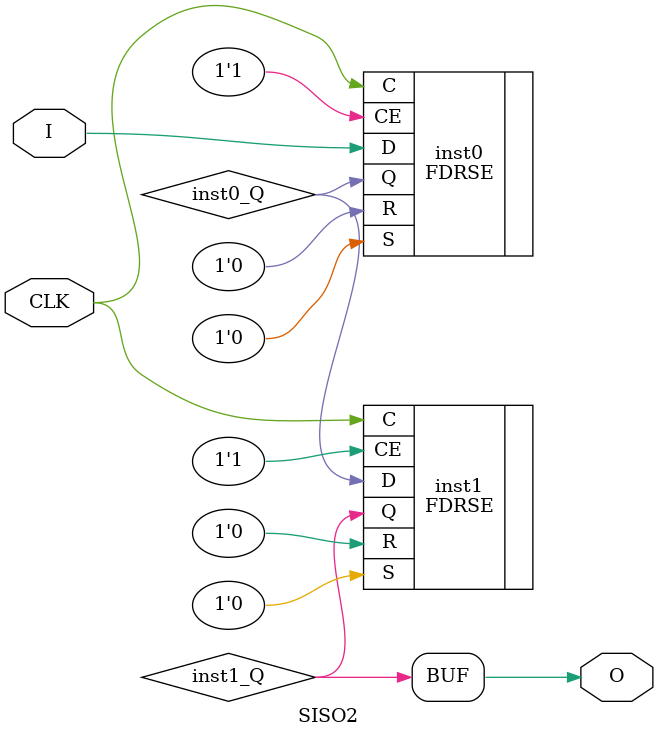
<source format=v>
module SISO2 (input  I, output  O, input  CLK);
wire  inst0_Q;
wire  inst1_Q;
FDRSE #(.INIT(1'h0)) inst0 (.C(CLK), .CE(1'b1), .R(1'b0), .S(1'b0), .D(I), .Q(inst0_Q));
FDRSE #(.INIT(1'h0)) inst1 (.C(CLK), .CE(1'b1), .R(1'b0), .S(1'b0), .D(inst0_Q), .Q(inst1_Q));
assign O = inst1_Q;
endmodule


</source>
